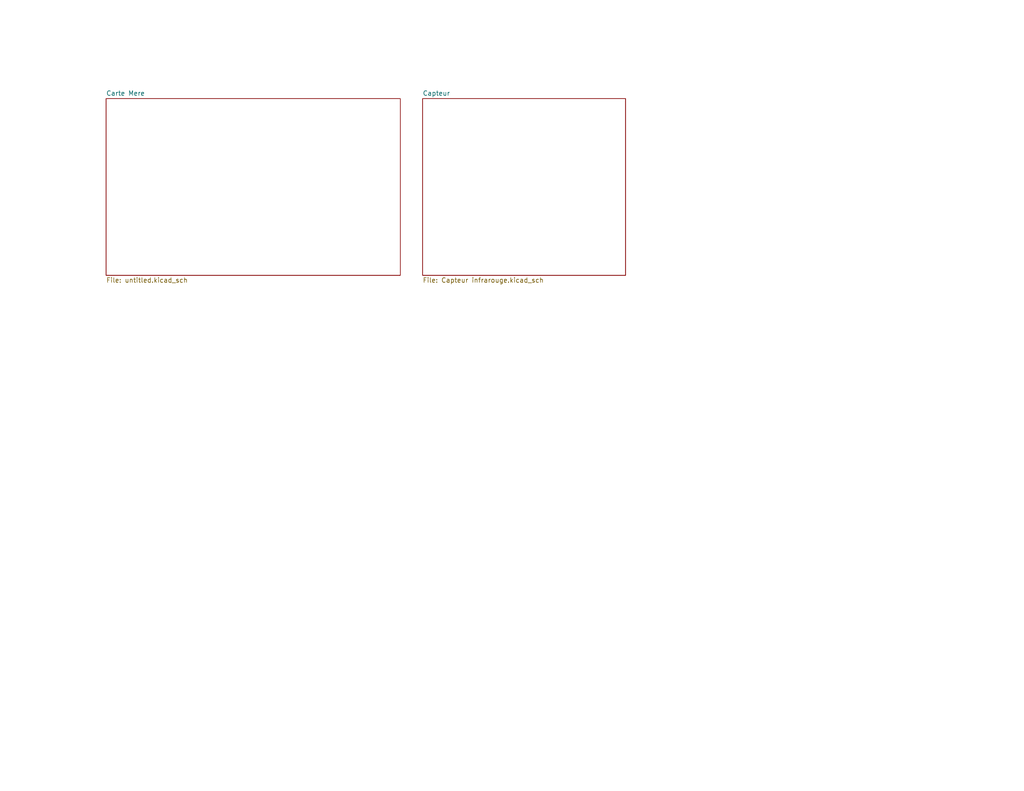
<source format=kicad_sch>
(kicad_sch (version 20211123) (generator eeschema)
  (paper "USLetter")
  (lib_symbols)
  (sheet (at 115.316 26.924) (size 55.372 48.26) (stroke (width 0.1524))
    (property "Sheet name" "Capteur" (at 115.316 26.2124 0) (effects (justify left bottom)))
    (property "Sheet file" "Capteur infrarouge.kicad_sch" (at 115.316 75.7686 0) (effects (justify left top)))
  )
  (sheet (at 28.956 26.924) (size 80.264 48.26) (stroke (width 0.1524))
    (property "Sheet name" "Carte Mere" (at 28.956 26.2124 0) (effects (justify left bottom)))
    (property "Sheet file" "untitled.kicad_sch" (at 28.956 75.7686 0) (effects (justify left top)))
  )
)
</source>
